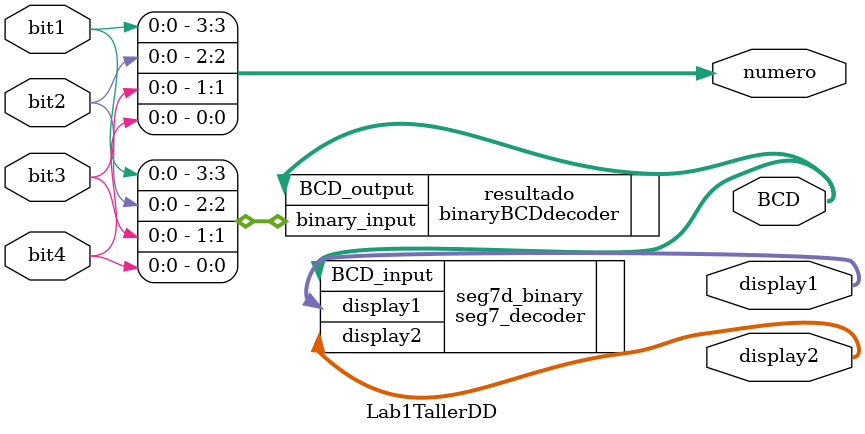
<source format=sv>
module Lab1TallerDD(input logic bit1, bit2, bit3, bit4,
	output reg[4:0] BCD, 
	output reg [3:0] numero,
	output wire [6:0] display1, 
   output wire [6:0] display2);
	
	
	assign numero = {bit1, bit2, bit3, bit4};
	
	
	binaryBCDdecoder resultado(
        .binary_input(numero),
        .BCD_output(BCD)
    );
	
	// Lógica para convertir el sensor binario en segmentos 7-segmento
	seg7_decoder seg7d_binary(.BCD_input(BCD), .display1(display1), .display2(display2));


endmodule 
</source>
